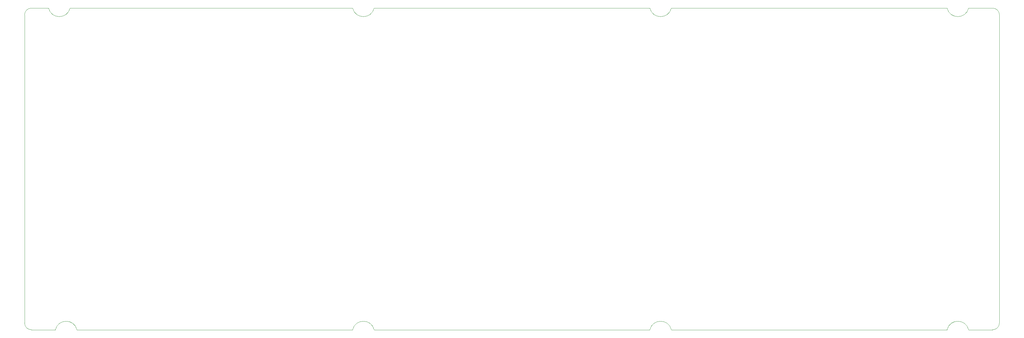
<source format=gbr>
G04 #@! TF.GenerationSoftware,KiCad,Pcbnew,(5.99.0-10216-g675444a646)*
G04 #@! TF.CreationDate,2021-04-25T23:19:06+08:00*
G04 #@! TF.ProjectId,plain60-flex-edition,706c6169-6e36-4302-9d66-6c65782d6564,rev?*
G04 #@! TF.SameCoordinates,Original*
G04 #@! TF.FileFunction,Profile,NP*
%FSLAX46Y46*%
G04 Gerber Fmt 4.6, Leading zero omitted, Abs format (unit mm)*
G04 Created by KiCad (PCBNEW (5.99.0-10216-g675444a646)) date 2021-04-25 23:19:06*
%MOMM*%
%LPD*%
G01*
G04 APERTURE LIST*
G04 #@! TA.AperFunction,Profile*
%ADD10C,0.100000*%
G04 #@! TD*
G04 APERTURE END LIST*
D10*
X9525008Y-94725008D02*
G75*
G02*
X15825008Y-94725008I3150000J-734500D01*
G01*
X96325006Y-94725008D02*
X15825008Y-94725008D01*
X183125008Y-94725006D02*
X102625008Y-94725006D01*
X183125008Y-94725006D02*
G75*
G02*
X189425008Y-94725008I3150000J-734501D01*
G01*
X102625008Y-525008D02*
X183125008Y-525008D01*
X269924797Y-525060D02*
G75*
G03*
X276225231Y-525009I3150211J734552D01*
G01*
X525008Y-2525008D02*
X525008Y-92725008D01*
X13825008Y-525008D02*
G75*
G02*
X7525008Y-525008I-3150000J734500D01*
G01*
X283225008Y-525007D02*
G75*
G02*
X285225008Y-2525007I0J-2000000D01*
G01*
X269925008Y-94725006D02*
X189425008Y-94725008D01*
X269925008Y-94725006D02*
G75*
G02*
X276225008Y-94725008I3150000J-734501D01*
G01*
X285225008Y-92725008D02*
G75*
G02*
X283225008Y-94725008I-2000000J0D01*
G01*
X283225008Y-94725008D02*
X276225008Y-94725008D01*
X285225008Y-92725008D02*
X285225008Y-2525007D01*
X2525007Y-94725007D02*
G75*
G02*
X525008Y-92725008I0J1999999D01*
G01*
X96325006Y-94725008D02*
G75*
G02*
X102625008Y-94725008I3150001J-734500D01*
G01*
X9525008Y-94725008D02*
X2525007Y-94725008D01*
X189425008Y-525010D02*
G75*
G02*
X183125008Y-525008I-3150000J734501D01*
G01*
X189425008Y-525010D02*
X269924797Y-525059D01*
X276225231Y-525009D02*
X283225008Y-525010D01*
X525008Y-2525008D02*
G75*
G02*
X2525008Y-525008I2000000J0D01*
G01*
X102625008Y-525008D02*
G75*
G02*
X96325008Y-525008I-3150000J734500D01*
G01*
X2525008Y-525008D02*
X7525008Y-525008D01*
X13825008Y-525008D02*
X96325008Y-525008D01*
M02*

</source>
